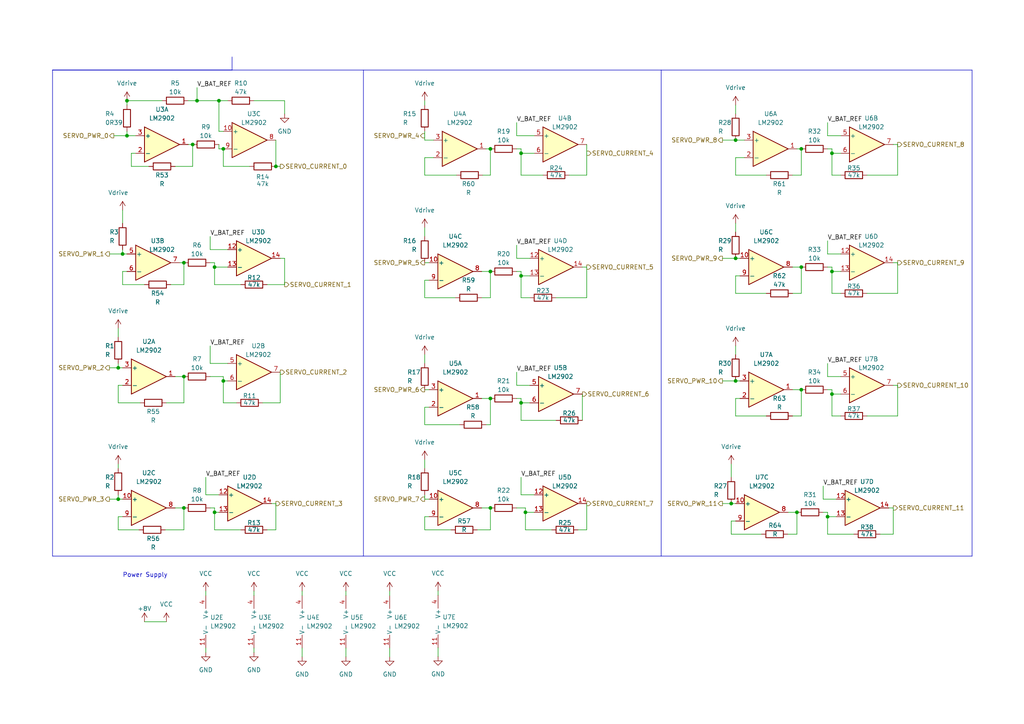
<source format=kicad_sch>
(kicad_sch (version 20230121) (generator eeschema)
  (paper "A4")
  (lib_symbols
    (symbol "Amplifier_Operational:LM2902" (pin_names (offset 0.127))
      (property "Reference" "U" (at 0 5.08 0))
      (property "Value" "LM2902" (at 0 -5.08 0))
      (symbol "LM2902_1_1"
        (polyline (pts (xy -5.08 5.08) (xy 5.08 0) (xy -5.08 -5.08) (xy -5.08 5.08)) (stroke (width 0.254)) (fill (type background)))
        (pin output line (at 7.62 0 180) (length 2.54) (name "~") (number "1"))
        (pin input line (at -7.62 -2.54 0) (length 2.54) (name "-") (number "2"))
        (pin input line (at -7.62 2.54 0) (length 2.54) (name "+") (number "3"))
      )
      (symbol "LM2902_2_1"
        (polyline (pts (xy -5.08 5.08) (xy 5.08 0) (xy -5.08 -5.08) (xy -5.08 5.08)) (stroke (width 0.254)) (fill (type background)))
        (pin input line (at -7.62 2.54 0) (length 2.54) (name "+") (number "5"))
        (pin input line (at -7.62 -2.54 0) (length 2.54) (name "-") (number "6"))
        (pin output line (at 7.62 0 180) (length 2.54) (name "~") (number "7"))
      )
      (symbol "LM2902_3_1"
        (polyline (pts (xy -5.08 5.08) (xy 5.08 0) (xy -5.08 -5.08) (xy -5.08 5.08)) (stroke (width 0.254)) (fill (type background)))
        (pin input line (at -7.62 2.54 0) (length 2.54) (name "+") (number "10"))
        (pin output line (at 7.62 0 180) (length 2.54) (name "~") (number "8"))
        (pin input line (at -7.62 -2.54 0) (length 2.54) (name "-") (number "9"))
      )
      (symbol "LM2902_4_1"
        (polyline (pts (xy -5.08 5.08) (xy 5.08 0) (xy -5.08 -5.08) (xy -5.08 5.08)) (stroke (width 0.254)) (fill (type background)))
        (pin input line (at -7.62 2.54 0) (length 2.54) (name "+") (number "12"))
        (pin input line (at -7.62 -2.54 0) (length 2.54) (name "-") (number "13"))
        (pin output line (at 7.62 0 180) (length 2.54) (name "~") (number "14"))
      )
      (symbol "LM2902_5_1"
        (pin power_in line (at -2.54 -7.62 90) (length 3.81) (name "V-") (number "11"))
        (pin power_in line (at -2.54 7.62 270) (length 3.81) (name "V+") (number "4"))
      )
    )
    (symbol "Device:R" (pin_numbers hide) (pin_names (offset 0))
      (property "Reference" "R" (at 2.032 0 90))
      (property "Value" "R" (at 0 0 90))
      (symbol "R_0_1"
        (rectangle (start -1.016 -2.54) (end 1.016 2.54) (stroke (width 0.254)))
      )
      (symbol "R_1_1"
        (pin passive line (at 0 3.81 270) (length 1.27) (name "~") (number "1"))
        (pin passive line (at 0 -3.81 90) (length 1.27) (name "~") (number "2"))
      )
    )
    (symbol "power:+8V" (power) (pin_names (offset 0))
      (property "Value" "+8V" (at 0 3.556 0))
      (symbol "+8V_0_1"
        (polyline (pts (xy -0.762 1.27) (xy 0 2.54)))
        (polyline (pts (xy 0 0) (xy 0 2.54)))
        (polyline (pts (xy 0 2.54) (xy 0.762 1.27)))
      )
      (symbol "+8V_1_1"
        (pin power_in line (at 0 0 90) (length 0) hide (name "+8V") (number "1"))
      )
    )
    (symbol "power:GND" (power) (pin_names (offset 0))
      (property "Value" "GND" (at 0 -3.81 0))
      (symbol "GND_0_1"
        (polyline (pts (xy 0 0) (xy 0 -1.27) (xy 1.27 -1.27) (xy 0 -2.54) (xy -1.27 -1.27) (xy 0 -1.27)))
      )
      (symbol "GND_1_1"
        (pin power_in line (at 0 0 270) (length 0) hide (name "GND") (number "1"))
      )
    )
    (symbol "power:VCC" (power) (pin_names (offset 0))
      (property "Value" "VCC" (at 0 3.81 0))
      (symbol "VCC_0_1"
        (polyline (pts (xy -0.762 1.27) (xy 0 2.54)))
        (polyline (pts (xy 0 0) (xy 0 2.54)))
        (polyline (pts (xy 0 2.54) (xy 0.762 1.27)))
      )
      (symbol "VCC_1_1"
        (pin power_in line (at 0 0 90) (length 0) hide (name "VCC") (number "1"))
      )
    )
    (symbol "power:Vdrive" (power) (pin_names (offset 0))
      (property "Value" "Vdrive" (at 0 3.81 0))
      (symbol "Vdrive_0_1"
        (polyline (pts (xy -0.762 1.27) (xy 0 2.54)))
        (polyline (pts (xy 0 0) (xy 0 2.54)))
        (polyline (pts (xy 0 2.54) (xy 0.762 1.27)))
      )
      (symbol "Vdrive_1_1"
        (pin power_in line (at 0 0 90) (length 0) hide (name "Vdrive") (number "1"))
      )
    )
  )
  (junction (at 213.36 110.49))
  (junction (at 142.24 115.57))
  (junction (at 142.24 43.18))
  (junction (at 36.83 29.21))
  (junction (at 142.24 147.32))
  (junction (at 241.3 44.45))
  (junction (at 151.13 80.01))
  (junction (at 213.36 40.64))
  (junction (at 63.5 29.21))
  (junction (at 232.41 43.18))
  (junction (at 64.77 110.49))
  (junction (at 241.3 78.74))
  (junction (at 240.03 149.86))
  (junction (at 80.01 48.26))
  (junction (at 53.34 109.22))
  (junction (at 231.14 148.59))
  (junction (at 151.13 116.84))
  (junction (at 212.09 146.05))
  (junction (at 241.3 114.3))
  (junction (at 36.83 39.37))
  (junction (at 53.34 76.2))
  (junction (at 213.36 74.93))
  (junction (at 53.34 147.32))
  (junction (at 142.24 78.74))
  (junction (at 35.56 73.66))
  (junction (at 232.41 113.03))
  (junction (at 152.4 148.59))
  (junction (at 34.29 106.68))
  (junction (at 151.13 44.45))
  (junction (at 57.15 29.21))
  (junction (at 55.88 41.91))
  (junction (at 34.29 144.78))
  (junction (at 62.23 77.47))
  (junction (at 62.23 148.59))
  (junction (at 232.41 77.47))
  (junction (at 64.77 43.18))
  (wire (pts (xy 243.84 85.09) (xy 241.3 85.09)))
  (wire (pts (xy 127.0582 171.3718) (xy 127.0582 172.6418)))
  (wire (pts (xy 49.53 82.55) (xy 53.34 82.55)))
  (wire (pts (xy 241.3 114.3) (xy 241.3 113.03)))
  (wire (pts (xy 214.63 80.01) (xy 213.36 80.01)))
  (wire (pts (xy 62.23 82.55) (xy 62.23 77.47)))
  (wire (pts (xy 82.55 29.21) (xy 73.66 29.21)))
  (wire (pts (xy 165.1 50.8) (xy 170.18 50.8)))
  (wire (pts (xy 53.34 147.32) (xy 50.8 147.32)))
  (wire (pts (xy 77.47 153.67) (xy 80.01 153.67)))
  (wire (pts (xy 62.23 77.47) (xy 62.23 76.2)))
  (wire (pts (xy 149.86 35.56) (xy 149.86 39.37)))
  (wire (pts (xy 161.29 86.36) (xy 170.18 86.36)))
  (wire (pts (xy 142.24 86.36) (xy 142.24 78.74)))
  (wire (pts (xy 82.55 74.93) (xy 81.28 74.93)))
  (wire (pts (xy 213.36 80.01) (xy 213.36 85.09)))
  (wire (pts (xy 232.41 50.8) (xy 232.41 43.18)))
  (wire (pts (xy 240.03 35.56) (xy 240.03 39.37)))
  (wire (pts (xy 241.3 85.09) (xy 241.3 78.74)))
  (wire (pts (xy 142.24 78.74) (xy 139.7 78.74)))
  (wire (pts (xy 255.27 154.94) (xy 259.08 154.94)))
  (wire (pts (xy 123.19 76.2) (xy 124.46 76.2)))
  (wire (pts (xy 34.29 95.25) (xy 34.29 97.79)))
  (wire (pts (xy 229.87 120.65) (xy 232.41 120.65)))
  (wire (pts (xy 142.24 43.18) (xy 140.97 43.18)))
  (wire (pts (xy 124.46 149.86) (xy 123.19 149.86)))
  (wire (pts (xy 213.36 102.87) (xy 213.36 100.33)))
  (wire (pts (xy 63.5 38.1) (xy 63.5 29.21)))
  (polyline (pts (xy 67.31 20.32) (xy 67.31 16.51)))
  (wire (pts (xy 240.03 105.41) (xy 240.03 109.22)))
  (wire (pts (xy 87.63 171.45) (xy 87.63 172.72)))
  (wire (pts (xy 50.8 48.26) (xy 55.88 48.26)))
  (wire (pts (xy 251.46 50.8) (xy 260.35 50.8)))
  (wire (pts (xy 213.36 33.02) (xy 213.36 30.48)))
  (wire (pts (xy 213.36 110.49) (xy 214.63 110.49)))
  (wire (pts (xy 154.94 44.45) (xy 151.13 44.45)))
  (wire (pts (xy 54.61 29.21) (xy 57.15 29.21)))
  (wire (pts (xy 123.19 45.72) (xy 123.19 50.8)))
  (wire (pts (xy 232.41 120.65) (xy 232.41 113.03)))
  (wire (pts (xy 73.66 171.45) (xy 73.66 172.72)))
  (wire (pts (xy 34.29 149.86) (xy 34.29 153.67)))
  (wire (pts (xy 251.46 120.65) (xy 260.35 120.65)))
  (wire (pts (xy 138.43 153.67) (xy 142.24 153.67)))
  (wire (pts (xy 35.56 82.55) (xy 41.91 82.55)))
  (wire (pts (xy 157.48 50.8) (xy 151.13 50.8)))
  (wire (pts (xy 113.03 171.45) (xy 113.03 172.72)))
  (wire (pts (xy 170.18 153.67) (xy 170.18 146.05)))
  (wire (pts (xy 123.19 66.04) (xy 123.19 68.58)))
  (wire (pts (xy 213.36 151.13) (xy 212.09 151.13)))
  (wire (pts (xy 36.83 78.74) (xy 35.56 78.74)))
  (wire (pts (xy 124.46 118.11) (xy 123.19 118.11)))
  (wire (pts (xy 63.5 43.18) (xy 64.77 43.18)))
  (wire (pts (xy 123.19 105.41) (xy 123.19 102.87)))
  (wire (pts (xy 152.4 148.59) (xy 152.4 147.32)))
  (wire (pts (xy 34.29 144.78) (xy 35.56 144.78)))
  (wire (pts (xy 140.97 123.19) (xy 142.24 123.19)))
  (wire (pts (xy 160.02 153.67) (xy 152.4 153.67)))
  (wire (pts (xy 243.84 44.45) (xy 241.3 44.45)))
  (wire (pts (xy 68.58 116.84) (xy 64.77 116.84)))
  (wire (pts (xy 240.03 69.85) (xy 240.03 73.66)))
  (wire (pts (xy 60.96 72.39) (xy 66.04 72.39)))
  (polyline (pts (xy 15.24 20.32) (xy 281.94 20.32)))
  (wire (pts (xy 232.41 85.09) (xy 232.41 77.47)))
  (wire (pts (xy 153.67 116.84) (xy 151.13 116.84)))
  (wire (pts (xy 240.03 43.18) (xy 241.3 43.18)))
  (wire (pts (xy 35.56 149.86) (xy 34.29 149.86)))
  (wire (pts (xy 149.86 78.74) (xy 151.13 78.74)))
  (wire (pts (xy 259.08 76.2) (xy 260.35 76.2)))
  (wire (pts (xy 34.29 105.41) (xy 34.29 106.68)))
  (wire (pts (xy 60.96 68.58) (xy 60.96 72.39)))
  (wire (pts (xy 240.03 77.47) (xy 241.3 77.47)))
  (wire (pts (xy 127.0582 187.8818) (xy 127.0582 190.4218)))
  (wire (pts (xy 82.55 82.55) (xy 82.55 74.93)))
  (wire (pts (xy 240.03 73.66) (xy 243.84 73.66)))
  (polyline (pts (xy 105.41 20.32) (xy 105.41 161.29)))
  (wire (pts (xy 123.19 144.78) (xy 124.46 144.78)))
  (wire (pts (xy 212.09 134.62) (xy 212.09 138.43)))
  (wire (pts (xy 232.41 43.18) (xy 231.14 43.18)))
  (wire (pts (xy 125.73 45.72) (xy 123.19 45.72)))
  (wire (pts (xy 170.18 41.91) (xy 170.18 50.8)))
  (wire (pts (xy 66.04 77.47) (xy 62.23 77.47)))
  (wire (pts (xy 215.9 45.72) (xy 213.36 45.72)))
  (wire (pts (xy 60.96 147.32) (xy 62.23 147.32)))
  (wire (pts (xy 64.77 110.49) (xy 66.04 110.49)))
  (wire (pts (xy 149.86 107.95) (xy 149.86 111.76)))
  (wire (pts (xy 124.46 81.28) (xy 123.19 81.28)))
  (wire (pts (xy 170.18 86.36) (xy 170.18 77.47)))
  (wire (pts (xy 36.83 30.48) (xy 36.83 29.21)))
  (wire (pts (xy 212.09 151.13) (xy 212.09 154.94)))
  (wire (pts (xy 53.34 153.67) (xy 53.34 147.32)))
  (wire (pts (xy 31.75 144.78) (xy 34.29 144.78)))
  (wire (pts (xy 151.13 80.01) (xy 151.13 78.74)))
  (wire (pts (xy 213.36 74.93) (xy 214.63 74.93)))
  (wire (pts (xy 55.88 41.91) (xy 55.88 48.26)))
  (wire (pts (xy 142.24 115.57) (xy 139.7 115.57)))
  (wire (pts (xy 232.41 77.47) (xy 229.87 77.47)))
  (wire (pts (xy 213.36 120.65) (xy 222.25 120.65)))
  (wire (pts (xy 151.13 121.92) (xy 151.13 116.84)))
  (wire (pts (xy 123.19 30.48) (xy 123.19 29.21)))
  (wire (pts (xy 64.77 38.1) (xy 63.5 38.1)))
  (wire (pts (xy 209.55 40.64) (xy 213.36 40.64)))
  (wire (pts (xy 214.63 115.57) (xy 213.36 115.57)))
  (wire (pts (xy 241.3 50.8) (xy 241.3 44.45)))
  (wire (pts (xy 149.86 43.18) (xy 151.13 43.18)))
  (wire (pts (xy 123.19 113.03) (xy 124.46 113.03)))
  (wire (pts (xy 69.85 82.55) (xy 62.23 82.55)))
  (wire (pts (xy 259.08 41.91) (xy 260.35 41.91)))
  (wire (pts (xy 81.28 48.26) (xy 80.01 48.26)))
  (wire (pts (xy 39.37 44.45) (xy 38.1 44.45)))
  (wire (pts (xy 151.13 116.84) (xy 151.13 115.57)))
  (wire (pts (xy 123.19 38.1) (xy 123.19 40.64)))
  (wire (pts (xy 113.03 187.96) (xy 113.03 190.5)))
  (wire (pts (xy 123.19 81.28) (xy 123.19 86.36)))
  (wire (pts (xy 53.34 76.2) (xy 52.07 76.2)))
  (wire (pts (xy 38.1 44.45) (xy 38.1 48.26)))
  (wire (pts (xy 35.56 72.39) (xy 35.56 73.66)))
  (wire (pts (xy 213.36 50.8) (xy 222.25 50.8)))
  (wire (pts (xy 213.36 40.64) (xy 215.9 40.64)))
  (wire (pts (xy 149.86 111.76) (xy 153.67 111.76)))
  (wire (pts (xy 212.09 154.94) (xy 220.8584 154.94)))
  (wire (pts (xy 149.86 147.32) (xy 152.4 147.32)))
  (wire (pts (xy 260.35 50.8) (xy 260.35 41.91)))
  (wire (pts (xy 38.1 48.26) (xy 43.18 48.26)))
  (wire (pts (xy 238.76 148.59) (xy 240.03 148.59)))
  (wire (pts (xy 259.08 154.94) (xy 259.08 147.32)))
  (wire (pts (xy 240.03 39.37) (xy 243.84 39.37)))
  (wire (pts (xy 260.35 85.09) (xy 260.35 76.2)))
  (polyline (pts (xy 281.94 20.32) (xy 281.94 161.29)))
  (wire (pts (xy 34.29 153.67) (xy 40.3125 153.67)))
  (wire (pts (xy 241.3 120.65) (xy 241.3 114.3)))
  (wire (pts (xy 60.96 76.2) (xy 62.23 76.2)))
  (wire (pts (xy 154.94 143.51) (xy 151.13 143.51)))
  (wire (pts (xy 62.23 148.59) (xy 63.5 148.59)))
  (wire (pts (xy 82.55 29.21) (xy 82.55 33.02)))
  (wire (pts (xy 35.56 73.66) (xy 36.83 73.66)))
  (wire (pts (xy 34.29 111.76) (xy 34.29 116.84)))
  (wire (pts (xy 34.29 143.51) (xy 34.29 144.78)))
  (wire (pts (xy 34.29 134.62) (xy 34.29 135.89)))
  (wire (pts (xy 241.3 78.74) (xy 241.3 77.47)))
  (wire (pts (xy 47.9325 153.67) (xy 53.34 153.67)))
  (wire (pts (xy 57.15 29.21) (xy 63.5 29.21)))
  (wire (pts (xy 35.56 111.76) (xy 34.29 111.76)))
  (wire (pts (xy 228.4784 154.94) (xy 231.14 154.94)))
  (wire (pts (xy 229.87 85.09) (xy 232.41 85.09)))
  (wire (pts (xy 243.84 50.8) (xy 241.3 50.8)))
  (wire (pts (xy 64.77 48.26) (xy 64.77 43.18)))
  (wire (pts (xy 59.69 171.45) (xy 59.69 172.72)))
  (wire (pts (xy 31.75 106.68) (xy 34.29 106.68)))
  (wire (pts (xy 60.96 109.22) (xy 64.77 109.22)))
  (wire (pts (xy 34.29 116.84) (xy 40.64 116.84)))
  (wire (pts (xy 87.63 187.96) (xy 87.63 190.5)))
  (wire (pts (xy 152.4 153.67) (xy 152.4 148.59)))
  (wire (pts (xy 153.67 86.36) (xy 151.13 86.36)))
  (wire (pts (xy 48.26 116.84) (xy 53.34 116.84)))
  (wire (pts (xy 259.08 111.76) (xy 260.35 111.76)))
  (wire (pts (xy 240.03 149.86) (xy 240.03 148.59)))
  (polyline (pts (xy 15.24 161.29) (xy 15.24 20.32)))
  (wire (pts (xy 229.87 50.8) (xy 232.41 50.8)))
  (wire (pts (xy 76.2 116.84) (xy 81.28 116.84)))
  (wire (pts (xy 139.7 86.36) (xy 142.24 86.36)))
  (wire (pts (xy 142.24 147.32) (xy 139.7 147.32)))
  (wire (pts (xy 59.69 187.96) (xy 59.69 189.23)))
  (wire (pts (xy 36.83 29.21) (xy 46.99 29.21)))
  (polyline (pts (xy 281.94 161.29) (xy 15.24 161.29)))
  (wire (pts (xy 123.19 86.36) (xy 132.08 86.36)))
  (wire (pts (xy 123.19 123.19) (xy 133.35 123.19)))
  (wire (pts (xy 154.94 39.37) (xy 149.86 39.37)))
  (wire (pts (xy 64.77 110.49) (xy 64.77 109.22)))
  (wire (pts (xy 240.03 113.03) (xy 241.3 113.03)))
  (wire (pts (xy 72.39 48.26) (xy 64.77 48.26)))
  (wire (pts (xy 66.04 105.41) (xy 60.96 105.41)))
  (wire (pts (xy 35.56 60.96) (xy 35.56 64.77)))
  (wire (pts (xy 213.36 45.72) (xy 213.36 50.8)))
  (wire (pts (xy 161.29 121.92) (xy 151.13 121.92)))
  (wire (pts (xy 123.19 143.51) (xy 123.19 144.78)))
  (wire (pts (xy 154.94 148.59) (xy 152.4 148.59)))
  (wire (pts (xy 251.46 85.09) (xy 260.35 85.09)))
  (wire (pts (xy 243.84 78.74) (xy 241.3 78.74)))
  (wire (pts (xy 36.83 39.37) (xy 39.37 39.37)))
  (wire (pts (xy 53.34 82.55) (xy 53.34 76.2)))
  (wire (pts (xy 213.36 115.57) (xy 213.36 120.65)))
  (wire (pts (xy 80.01 146.05) (xy 78.74 146.05)))
  (wire (pts (xy 142.24 50.8) (xy 142.24 43.18)))
  (wire (pts (xy 123.19 118.11) (xy 123.19 123.19)))
  (wire (pts (xy 123.19 50.8) (xy 132.3909 50.8)))
  (wire (pts (xy 231.14 154.94) (xy 231.14 148.59)))
  (wire (pts (xy 170.18 77.47) (xy 168.91 77.47)))
  (wire (pts (xy 33.02 39.37) (xy 36.83 39.37)))
  (wire (pts (xy 59.69 138.43) (xy 59.69 143.51)))
  (wire (pts (xy 73.66 187.96) (xy 73.66 189.23)))
  (wire (pts (xy 140.0109 50.8) (xy 142.24 50.8)))
  (wire (pts (xy 142.24 153.67) (xy 142.24 147.32)))
  (wire (pts (xy 168.91 114.3) (xy 168.91 121.92)))
  (wire (pts (xy 240.03 154.94) (xy 240.03 149.86)))
  (wire (pts (xy 149.86 115.57) (xy 151.13 115.57)))
  (wire (pts (xy 62.23 153.67) (xy 62.23 148.59)))
  (wire (pts (xy 209.55 74.93) (xy 213.36 74.93)))
  (wire (pts (xy 34.29 106.68) (xy 35.56 106.68)))
  (wire (pts (xy 151.13 50.8) (xy 151.13 44.45)))
  (wire (pts (xy 149.86 74.93) (xy 153.67 74.93)))
  (wire (pts (xy 80.01 153.67) (xy 80.01 146.05)))
  (wire (pts (xy 209.55 146.05) (xy 212.09 146.05)))
  (wire (pts (xy 63.5 143.51) (xy 59.69 143.51)))
  (wire (pts (xy 64.77 116.84) (xy 64.77 110.49)))
  (wire (pts (xy 123.19 40.64) (xy 125.73 40.64)))
  (wire (pts (xy 212.09 146.05) (xy 213.36 146.05)))
  (wire (pts (xy 238.76 144.78) (xy 242.57 144.78)))
  (wire (pts (xy 69.85 153.67) (xy 62.23 153.67)))
  (wire (pts (xy 238.76 140.97) (xy 238.76 144.78)))
  (wire (pts (xy 257.81 147.32) (xy 259.08 147.32)))
  (wire (pts (xy 57.15 25.4) (xy 57.15 29.21)))
  (polyline (pts (xy 15.24 20.32) (xy 67.31 20.32)))
  (wire (pts (xy 55.88 41.91) (xy 54.61 41.91)))
  (wire (pts (xy 100.33 171.45) (xy 100.33 172.72)))
  (wire (pts (xy 81.28 116.84) (xy 81.28 107.95)))
  (wire (pts (xy 63.5 29.21) (xy 66.04 29.21)))
  (wire (pts (xy 31.75 73.66) (xy 35.56 73.66)))
  (wire (pts (xy 209.55 110.49) (xy 213.36 110.49)))
  (wire (pts (xy 123.19 153.67) (xy 130.81 153.67)))
  (wire (pts (xy 100.33 187.96) (xy 100.33 190.5)))
  (wire (pts (xy 36.83 38.1) (xy 36.83 39.37)))
  (wire (pts (xy 62.23 148.59) (xy 62.23 147.32)))
  (wire (pts (xy 123.19 149.86) (xy 123.19 153.67)))
  (wire (pts (xy 63.5 43.18) (xy 63.5 41.91)))
  (wire (pts (xy 123.19 133.35) (xy 123.19 135.89)))
  (wire (pts (xy 231.14 148.59) (xy 228.6 148.59)))
  (wire (pts (xy 48.26 180.34) (xy 41.91 180.34)))
  (wire (pts (xy 82.55 82.55) (xy 77.47 82.55)))
  (wire (pts (xy 151.13 44.45) (xy 151.13 43.18)))
  (wire (pts (xy 213.36 85.09) (xy 222.25 85.09)))
  (wire (pts (xy 153.67 80.01) (xy 151.13 80.01)))
  (wire (pts (xy 247.65 154.94) (xy 240.03 154.94)))
  (wire (pts (xy 242.57 149.86) (xy 240.03 149.86)))
  (wire (pts (xy 53.34 109.22) (xy 50.8 109.22)))
  (wire (pts (xy 142.24 123.19) (xy 142.24 115.57)))
  (wire (pts (xy 213.36 64.77) (xy 213.36 67.31)))
  (wire (pts (xy 243.84 120.65) (xy 241.3 120.65)))
  (wire (pts (xy 60.96 100.33) (xy 60.96 105.41)))
  (wire (pts (xy 167.64 153.67) (xy 170.18 153.67)))
  (wire (pts (xy 151.13 86.36) (xy 151.13 80.01)))
  (wire (pts (xy 232.41 113.03) (xy 229.87 113.03)))
  (wire (pts (xy 35.56 78.74) (xy 35.56 82.55)))
  (wire (pts (xy 243.84 114.3) (xy 241.3 114.3)))
  (wire (pts (xy 260.35 120.65) (xy 260.35 111.76)))
  (wire (pts (xy 241.3 44.45) (xy 241.3 43.18)))
  (wire (pts (xy 149.86 71.12) (xy 149.86 74.93)))
  (wire (pts (xy 53.34 116.84) (xy 53.34 109.22)))
  (wire (pts (xy 80.01 48.26) (xy 80.01 40.64)))
  (wire (pts (xy 240.03 109.22) (xy 243.84 109.22)))
  (wire (pts (xy 151.13 138.43) (xy 151.13 143.51)))
  (polyline (pts (xy 191.77 20.32) (xy 191.77 161.29)))
  (text "Power Supply" (at 35.56 167.64 0) (effects (font (size 1.27 1.27)) (justify left bottom)))
  (label "V_BAT_REF" (at 149.86 107.95 0))
  (label "V_BAT_REF" (at 240.03 69.85 0))
  (label "V_BAT_REF" (at 149.86 71.12 0))
  (label "V_BAT_REF" (at 151.13 138.43 0))
  (label "V_BAT_REF" (at 240.03 35.56 0))
  (label "V_BAT_REF" (at 240.03 105.41 0))
  (label "V_BAT_REF" (at 238.76 140.97 0))
  (label "V_BAT_REF" (at 60.96 68.58 0))
  (label "V_BAT_REF" (at 60.96 100.33 0))
  (label "V_BAT_REF" (at 57.15 25.4 0))
  (label "V_BAT_REF" (at 149.86 35.56 0))
  (label "V_BAT_REF" (at 59.69 138.43 0))
  (hierarchical_label "SERVO_PWR_1" (shape output) (at 31.75 73.66 180))
  (hierarchical_label "SERVO_CURRENT_0" (shape output) (at 81.28 48.26 0))
  (hierarchical_label "SERVO_CURRENT_9" (shape output) (at 260.35 76.2 0))
  (hierarchical_label "SERVO_CURRENT_8" (shape output) (at 260.35 41.91 0))
  (hierarchical_label "SERVO_CURRENT_6" (shape output) (at 168.91 114.3 0))
  (hierarchical_label "SERVO_CURRENT_7" (shape output) (at 170.18 146.05 0))
  (hierarchical_label "SERVO_CURRENT_3" (shape output) (at 80.01 146.05 0))
  (hierarchical_label "SERVO_PWR_11" (shape output) (at 209.55 146.05 180))
  (hierarchical_label "SERVO_CURRENT_5" (shape output) (at 170.18 77.47 0))
  (hierarchical_label "SERVO_PWR_3" (shape output) (at 31.75 144.78 180))
  (hierarchical_label "SERVO_PWR_4" (shape output) (at 123.19 39.37 180))
  (hierarchical_label "SERVO_CURRENT_1" (shape output) (at 82.55 82.55 0))
  (hierarchical_label "SERVO_PWR_9" (shape output) (at 209.55 74.93 180))
  (hierarchical_label "SERVO_PWR_8" (shape output) (at 209.55 40.64 180))
  (hierarchical_label "SERVO_PWR_0" (shape output) (at 33.02 39.37 180))
  (hierarchical_label "SERVO_PWR_6" (shape output) (at 123.19 113.03 180))
  (hierarchical_label "SERVO_PWR_10" (shape output) (at 209.55 110.49 180))
  (hierarchical_label "SERVO_CURRENT_4" (shape output) (at 170.18 44.45 0))
  (hierarchical_label "SERVO_PWR_5" (shape output) (at 123.19 76.2 180))
  (hierarchical_label "SERVO_CURRENT_10" (shape output) (at 260.35 111.76 0))
  (hierarchical_label "SERVO_PWR_2" (shape output) (at 31.75 106.68 180))
  (hierarchical_label "SERVO_CURRENT_11" (shape output) (at 259.08 147.32 0))
  (hierarchical_label "SERVO_CURRENT_2" (shape output) (at 81.28 107.95 0))
  (hierarchical_label "SERVO_PWR_7" (shape output) (at 123.19 144.78 180))
  (symbol (lib_id "Device:R") (at 146.05 43.18 90) (unit 1)
    (property "Reference" "R19" (at 146.05 38.1 90))
    (property "Value" "10k" (at 146.05 40.64 90))
    (property "Footprint" "Resistor_SMD:R_1206_3216Metric_Pad1.30x1.75mm_HandSolder" (effects hide))
  )
  (symbol (lib_id "Device:R") (at 57.15 76.2 90) (unit 1)
    (property "Reference" "R6" (at 57.15 71.12 90))
    (property "Value" "10k" (at 57.15 73.66 90))
    (property "Footprint" "Resistor_SMD:R_1206_3216Metric_Pad1.30x1.75mm_HandSolder" (effects hide))
  )
  (symbol (lib_id "Device:R") (at 44.45 116.84 90) (unit 1)
    (property "Reference" "R55" (at 44.45 119.38 90))
    (property "Value" "R" (at 44.45 121.92 90))
    (property "Footprint" "Resistor_SMD:R_1206_3216Metric_Pad1.30x1.75mm_HandSolder" (effects hide))
  )
  (symbol (lib_id "power:Vdrive") (at 34.29 134.62 0) (unit 1)
    (property "Reference" "#PWR047" (effects hide))
    (property "Value" "Vdrive" (at 34.29 129.54 0))
  )
  (symbol (lib_id "Device:R") (at 57.15 147.32 90) (unit 1)
    (property "Reference" "R8" (at 57.15 142.24 90))
    (property "Value" "10k" (at 57.15 144.78 90))
    (property "Footprint" "Resistor_SMD:R_1206_3216Metric_Pad1.30x1.75mm_HandSolder" (effects hide))
  )
  (symbol (lib_id "Amplifier_Operational:LM2902") (at 115.57 180.34 0) (unit 5)
    (property "Reference" "U6" (at 114.3 179.0699 0) (effects (justify left)))
    (property "Value" "LM2902" (at 114.3 181.6099 0) (effects (justify left)))
    (property "Footprint" "Package_SO:SOIC-14_3.9x8.7mm_P1.27mm" (effects hide))
    (property "Datasheet" "http://www.ti.com/lit/ds/symlink/lm2902-n.pdf" (effects hide))
  )
  (symbol (lib_id "Device:R") (at 247.65 85.09 90) (unit 1)
    (property "Reference" "R36" (at 247.65 83.058 90))
    (property "Value" "47k" (at 247.65 85.09 90))
    (property "Footprint" "Resistor_SMD:R_1206_3216Metric_Pad1.30x1.75mm_HandSolder" (effects hide))
  )
  (symbol (lib_id "Amplifier_Operational:LM2902") (at 251.46 111.76 0) (unit 2)
    (property "Reference" "U7" (at 252.73 104.14 0))
    (property "Value" "LM2902" (at 252.73 106.68 0))
    (property "Footprint" "Package_SO:SOIC-14_3.9x8.7mm_P1.27mm" (effects hide))
    (property "Datasheet" "http://www.ti.com/lit/ds/symlink/lm2902-n.pdf" (effects hide))
  )
  (symbol (lib_id "Amplifier_Operational:LM2902") (at 90.17 180.34 0) (unit 5)
    (property "Reference" "U4" (at 88.9 179.0699 0) (effects (justify left)))
    (property "Value" "LM2902" (at 88.9 181.6099 0) (effects (justify left)))
    (property "Footprint" "Package_SO:SOIC-14_3.9x8.7mm_P1.27mm" (effects hide))
    (property "Datasheet" "http://www.ti.com/lit/ds/symlink/lm2902-n.pdf" (effects hide))
  )
  (symbol (lib_id "Amplifier_Operational:LM2902") (at 133.35 43.18 0) (unit 1)
    (property "Reference" "U4" (at 133.35 33.02 0))
    (property "Value" "LM2902" (at 133.35 35.56 0))
    (property "Footprint" "Package_SO:SOIC-14_3.9x8.7mm_P1.27mm" (effects hide))
    (property "Datasheet" "http://www.ti.com/lit/ds/symlink/lm2902-n.pdf" (effects hide))
  )
  (symbol (lib_id "Amplifier_Operational:LM2902") (at 162.56 146.05 0) (unit 4)
    (property "Reference" "U5" (at 163.83 138.43 0))
    (property "Value" "LM2902" (at 163.83 140.97 0))
    (property "Footprint" "Package_SO:SOIC-14_3.9x8.7mm_P1.27mm" (effects hide))
    (property "Datasheet" "http://www.ti.com/lit/ds/symlink/lm2902-n.pdf" (effects hide))
  )
  (symbol (lib_id "power:Vdrive") (at 213.36 64.77 0) (unit 1)
    (property "Reference" "#PWR069" (effects hide))
    (property "Value" "Vdrive" (at 213.36 59.69 0))
  )
  (symbol (lib_id "power:Vdrive") (at 212.09 134.62 0) (unit 1)
    (property "Reference" "#PWR067" (effects hide))
    (property "Value" "Vdrive" (at 212.09 129.54 0))
  )
  (symbol (lib_id "Amplifier_Operational:LM2902") (at 73.66 107.95 0) (unit 2)
    (property "Reference" "U2" (at 74.93 100.33 0))
    (property "Value" "LM2902" (at 74.93 102.87 0))
    (property "Footprint" "Package_SO:SOIC-14_3.9x8.7mm_P1.27mm" (effects hide))
    (property "Datasheet" "http://www.ti.com/lit/ds/symlink/lm2902-n.pdf" (effects hide))
  )
  (symbol (lib_id "Device:R") (at 226.06 50.8 90) (unit 1)
    (property "Reference" "R61" (at 226.06 53.34 90))
    (property "Value" "R" (at 226.06 55.88 90))
    (property "Footprint" "Resistor_SMD:R_1206_3216Metric_Pad1.30x1.75mm_HandSolder" (effects hide))
  )
  (symbol (lib_id "Amplifier_Operational:LM2902") (at 250.19 147.32 0) (unit 4)
    (property "Reference" "U7" (at 251.46 139.7 0))
    (property "Value" "LM2902" (at 251.46 142.24 0))
    (property "Footprint" "Package_SO:SOIC-14_3.9x8.7mm_P1.27mm" (effects hide))
    (property "Datasheet" "http://www.ti.com/lit/ds/symlink/lm2902-n.pdf" (effects hide))
  )
  (symbol (lib_id "power:+8V") (at 41.91 180.34 0) (unit 1)
    (property "Reference" "#PWR050" (effects hide))
    (property "Value" "+8V" (at 41.91 176.53 0))
  )
  (symbol (lib_id "Device:R") (at 212.09 142.24 0) (unit 1)
    (property "Reference" "R27" (at 207.01 140.97 0) (effects (justify left)))
    (property "Value" "R" (at 207.01 143.51 0) (effects (justify left)))
    (property "Footprint" "Resistor_SMD:R_1206_3216Metric_Pad1.30x1.75mm_HandSolder" (effects hide))
  )
  (symbol (lib_id "Device:R") (at 226.06 85.09 90) (unit 1)
    (property "Reference" "R62" (at 226.06 80.01 90))
    (property "Value" "47k" (at 226.06 82.55 90))
    (property "Footprint" "Resistor_SMD:R_1206_3216Metric_Pad1.30x1.75mm_HandSolder" (effects hide))
  )
  (symbol (lib_id "power:Vdrive") (at 123.19 29.21 0) (unit 1)
    (property "Reference" "#PWR063" (effects hide))
    (property "Value" "Vdrive" (at 123.19 24.13 0))
  )
  (symbol (lib_id "power:Vdrive") (at 123.19 66.04 0) (unit 1)
    (property "Reference" "#PWR064" (effects hide))
    (property "Value" "Vdrive" (at 123.19 60.96 0))
  )
  (symbol (lib_id "power:VCC") (at 59.69 171.45 0) (unit 1)
    (property "Reference" "#PWR052" (effects hide))
    (property "Value" "VCC" (at 59.69 166.37 0))
  )
  (symbol (lib_id "Amplifier_Operational:LM2902") (at 44.45 76.2 0) (unit 2)
    (property "Reference" "U3" (at 45.72 69.85 0))
    (property "Value" "LM2902" (at 46.99 72.39 0))
    (property "Footprint" "Package_SO:SOIC-14_3.9x8.7mm_P1.27mm" (effects hide))
    (property "Datasheet" "http://www.ti.com/lit/ds/symlink/lm2902-n.pdf" (effects hide))
  )
  (symbol (lib_id "Device:R") (at 236.22 43.18 90) (unit 1)
    (property "Reference" "R32" (at 236.22 38.1 90))
    (property "Value" "10k" (at 236.22 40.64 90))
    (property "Footprint" "Resistor_SMD:R_1206_3216Metric_Pad1.30x1.75mm_HandSolder" (effects hide))
  )
  (symbol (lib_id "power:GND") (at 73.66 189.23 0) (unit 1)
    (property "Reference" "#PWR055" (effects hide))
    (property "Value" "GND" (at 73.66 194.31 0))
  )
  (symbol (lib_id "Device:R") (at 251.46 154.94 90) (unit 1)
    (property "Reference" "R38" (at 251.46 152.908 90))
    (property "Value" "47k" (at 251.46 154.94 90))
    (property "Footprint" "Resistor_SMD:R_1206_3216Metric_Pad1.30x1.75mm_HandSolder" (effects hide))
  )
  (symbol (lib_id "Device:R") (at 165.1 121.92 90) (unit 1)
    (property "Reference" "R26" (at 165.1 119.888 90))
    (property "Value" "47k" (at 165.1 121.92 90))
    (property "Footprint" "Resistor_SMD:R_1206_3216Metric_Pad1.30x1.75mm_HandSolder" (effects hide))
  )
  (symbol (lib_id "power:VCC") (at 113.03 171.45 0) (unit 1)
    (property "Reference" "#PWR061" (effects hide))
    (property "Value" "VCC" (at 113.03 166.37 0))
  )
  (symbol (lib_id "Amplifier_Operational:LM2902") (at 102.87 180.34 0) (unit 5)
    (property "Reference" "U5" (at 101.6 179.0699 0) (effects (justify left)))
    (property "Value" "LM2902" (at 101.6 181.6099 0) (effects (justify left)))
    (property "Footprint" "Package_SO:SOIC-14_3.9x8.7mm_P1.27mm" (effects hide))
    (property "Datasheet" "http://www.ti.com/lit/ds/symlink/lm2902-n.pdf" (effects hide))
  )
  (symbol (lib_id "Device:R") (at 146.05 147.32 90) (unit 1)
    (property "Reference" "R22" (at 146.05 142.24 90))
    (property "Value" "10k" (at 146.05 144.78 90))
    (property "Footprint" "Resistor_SMD:R_1206_3216Metric_Pad1.30x1.75mm_HandSolder" (effects hide))
  )
  (symbol (lib_id "power:VCC") (at 48.26 180.34 0) (unit 1)
    (property "Reference" "#PWR051" (effects hide))
    (property "Value" "VCC" (at 48.26 175.26 0))
  )
  (symbol (lib_id "Device:R") (at 213.36 36.83 0) (unit 1)
    (property "Reference" "R28" (at 208.28 35.56 0) (effects (justify left)))
    (property "Value" "R" (at 208.28 38.1 0) (effects (justify left)))
    (property "Footprint" "Resistor_SMD:R_1206_3216Metric_Pad1.30x1.75mm_HandSolder" (effects hide))
  )
  (symbol (lib_id "Amplifier_Operational:LM2902") (at 162.56 41.91 0) (unit 2)
    (property "Reference" "U4" (at 163.83 34.29 0))
    (property "Value" "LM2902" (at 163.83 36.83 0))
    (property "Footprint" "Package_SO:SOIC-14_3.9x8.7mm_P1.27mm" (effects hide))
    (property "Datasheet" "http://www.ti.com/lit/ds/symlink/lm2902-n.pdf" (effects hide))
  )
  (symbol (lib_id "Amplifier_Operational:LM2902") (at 129.5982 180.2618 0) (unit 5)
    (property "Reference" "U7" (at 128.3282 178.9917 0) (effects (justify left)))
    (property "Value" "LM2902" (at 128.3282 181.5317 0) (effects (justify left)))
    (property "Footprint" "Package_SO:SOIC-14_3.9x8.7mm_P1.27mm" (effects hide))
    (property "Datasheet" "http://www.ti.com/lit/ds/symlink/lm2902-n.pdf" (effects hide))
  )
  (symbol (lib_id "Device:R") (at 69.85 29.21 90) (unit 1)
    (property "Reference" "R10" (at 69.85 24.13 90))
    (property "Value" "47k" (at 69.85 26.67 90))
    (property "Footprint" "Resistor_SMD:R_1206_3216Metric_Pad1.30x1.75mm_HandSolder" (effects hide))
  )
  (symbol (lib_id "Device:R") (at 146.05 115.57 90) (unit 1)
    (property "Reference" "R21" (at 146.05 110.49 90))
    (property "Value" "10k" (at 146.05 113.03 90))
    (property "Footprint" "Resistor_SMD:R_1206_3216Metric_Pad1.30x1.75mm_HandSolder" (effects hide))
  )
  (symbol (lib_id "Amplifier_Operational:LM2902") (at 72.39 40.64 0) (unit 3)
    (property "Reference" "U3" (at 73.66 33.02 0))
    (property "Value" "LM2902" (at 73.66 35.56 0))
    (property "Footprint" "Package_SO:SOIC-14_3.9x8.7mm_P1.27mm" (effects hide))
    (property "Datasheet" "http://www.ti.com/lit/ds/symlink/lm2902-n.pdf" (effects hide))
  )
  (symbol (lib_id "power:GND") (at 127.0582 190.4218 0) (unit 1)
    (property "Reference" "#PWR085" (effects hide))
    (property "Value" "GND" (at 127.0582 195.5018 0))
  )
  (symbol (lib_id "Device:R") (at 123.19 109.22 0) (unit 1)
    (property "Reference" "R17" (at 118.11 107.95 0) (effects (justify left)))
    (property "Value" "R" (at 118.11 110.49 0) (effects (justify left)))
    (property "Footprint" "Resistor_SMD:R_1206_3216Metric_Pad1.30x1.75mm_HandSolder" (effects hide))
  )
  (symbol (lib_id "Amplifier_Operational:LM2902") (at 251.46 41.91 0) (unit 2)
    (property "Reference" "U6" (at 252.73 34.29 0))
    (property "Value" "LM2902" (at 252.73 36.83 0))
    (property "Footprint" "Package_SO:SOIC-14_3.9x8.7mm_P1.27mm" (effects hide))
    (property "Datasheet" "http://www.ti.com/lit/ds/symlink/lm2902-n.pdf" (effects hide))
  )
  (symbol (lib_id "power:Vdrive") (at 213.36 30.48 0) (unit 1)
    (property "Reference" "#PWR068" (effects hide))
    (property "Value" "Vdrive" (at 213.36 25.4 0))
  )
  (symbol (lib_id "Device:R") (at 134.62 153.67 90) (unit 1)
    (property "Reference" "R57" (at 134.62 151.13 90))
    (property "Value" "R" (at 134.62 153.67 90))
    (property "Footprint" "Resistor_SMD:R_1206_3216Metric_Pad1.30x1.75mm_HandSolder" (effects hide))
  )
  (symbol (lib_id "Amplifier_Operational:LM2902") (at 161.29 77.47 0) (unit 4)
    (property "Reference" "U4" (at 162.56 69.85 0))
    (property "Value" "LM2902" (at 162.56 72.39 0))
    (property "Footprint" "Package_SO:SOIC-14_3.9x8.7mm_P1.27mm" (effects hide))
    (property "Datasheet" "http://www.ti.com/lit/ds/symlink/lm2902-n.pdf" (effects hide))
  )
  (symbol (lib_id "power:VCC") (at 127.0582 171.3718 0) (unit 1)
    (property "Reference" "#PWR084" (effects hide))
    (property "Value" "VCC" (at 127.0582 166.2918 0))
  )
  (symbol (lib_id "Device:R") (at 50.8 29.21 90) (unit 1)
    (property "Reference" "R5" (at 50.8 24.13 90))
    (property "Value" "10k" (at 50.8 26.67 90))
    (property "Footprint" "Resistor_SMD:R_1206_3216Metric_Pad1.30x1.75mm_HandSolder" (effects hide))
  )
  (symbol (lib_id "Device:R") (at 34.29 139.7 0) (unit 1)
    (property "Reference" "R2" (at 30.48 138.43 0) (effects (justify left)))
    (property "Value" "R" (at 30.48 140.97 0) (effects (justify left)))
    (property "Footprint" "Resistor_SMD:R_1206_3216Metric_Pad1.30x1.75mm_HandSolder" (effects hide))
  )
  (symbol (lib_id "Amplifier_Operational:LM2902") (at 132.08 78.74 0) (unit 3)
    (property "Reference" "U4" (at 132.08 68.58 0))
    (property "Value" "LM2902" (at 132.08 71.12 0))
    (property "Footprint" "Package_SO:SOIC-14_3.9x8.7mm_P1.27mm" (effects hide))
    (property "Datasheet" "http://www.ti.com/lit/ds/symlink/lm2902-n.pdf" (effects hide))
  )
  (symbol (lib_id "Device:R") (at 224.6684 154.94 90) (unit 1)
    (property "Reference" "R64" (at 224.79 152.4 90))
    (property "Value" "R" (at 224.79 154.94 90))
    (property "Footprint" "Resistor_SMD:R_1206_3216Metric_Pad1.30x1.75mm_HandSolder" (effects hide))
  )
  (symbol (lib_id "Device:R") (at 213.36 71.12 0) (unit 1)
    (property "Reference" "R29" (at 208.28 69.85 0) (effects (justify left)))
    (property "Value" "R" (at 208.28 72.39 0) (effects (justify left)))
    (property "Footprint" "Resistor_SMD:R_1206_3216Metric_Pad1.30x1.75mm_HandSolder" (effects hide))
  )
  (symbol (lib_id "power:Vdrive") (at 36.83 29.21 0) (unit 1)
    (property "Reference" "#PWR049" (effects hide))
    (property "Value" "Vdrive" (at 36.83 24.13 0))
  )
  (symbol (lib_id "Device:R") (at 73.66 82.55 90) (unit 1)
    (property "Reference" "R12" (at 73.66 80.518 90))
    (property "Value" "47k" (at 73.66 82.55 90))
    (property "Footprint" "Resistor_SMD:R_1206_3216Metric_Pad1.30x1.75mm_HandSolder" (effects hide))
  )
  (symbol (lib_id "Amplifier_Operational:LM2902") (at 132.08 115.57 0) (unit 1)
    (property "Reference" "U5" (at 132.08 105.41 0))
    (property "Value" "LM2902" (at 132.08 107.95 0))
    (property "Footprint" "Package_SO:SOIC-14_3.9x8.7mm_P1.27mm" (effects hide))
    (property "Datasheet" "http://www.ti.com/lit/ds/symlink/lm2902-n.pdf" (effects hide))
  )
  (symbol (lib_id "Device:R") (at 137.16 123.19 90) (unit 1)
    (property "Reference" "R58" (at 137.16 118.11 90))
    (property "Value" "R" (at 137.16 120.65 90))
    (property "Footprint" "Resistor_SMD:R_1206_3216Metric_Pad1.30x1.75mm_HandSolder" (effects hide))
  )
  (symbol (lib_id "power:GND") (at 113.03 190.5 0) (unit 1)
    (property "Reference" "#PWR062" (effects hide))
    (property "Value" "GND" (at 113.03 195.58 0))
  )
  (symbol (lib_id "Device:R") (at 44.1225 153.67 90) (unit 1)
    (property "Reference" "R56" (at 44.45 156.21 90))
    (property "Value" "R" (at 44.45 158.75 90))
    (property "Footprint" "Resistor_SMD:R_1206_3216Metric_Pad1.30x1.75mm_HandSolder" (effects hide))
  )
  (symbol (lib_id "Device:R") (at 34.29 101.6 0) (unit 1)
    (property "Reference" "R1" (at 30.48 100.33 0) (effects (justify left)))
    (property "Value" "R" (at 30.48 102.87 0) (effects (justify left)))
    (property "Footprint" "Resistor_SMD:R_1206_3216Metric_Pad1.30x1.75mm_HandSolder" (effects hide))
  )
  (symbol (lib_id "Amplifier_Operational:LM2902") (at 73.66 74.93 0) (unit 4)
    (property "Reference" "U3" (at 74.93 67.31 0))
    (property "Value" "LM2902" (at 74.93 69.85 0))
    (property "Footprint" "Package_SO:SOIC-14_3.9x8.7mm_P1.27mm" (effects hide))
    (property "Datasheet" "http://www.ti.com/lit/ds/symlink/lm2902-n.pdf" (effects hide))
  )
  (symbol (lib_id "Device:R") (at 57.15 109.22 90) (unit 1)
    (property "Reference" "R7" (at 57.15 104.14 90))
    (property "Value" "10k" (at 57.15 106.68 90))
    (property "Footprint" "Resistor_SMD:R_1206_3216Metric_Pad1.30x1.75mm_HandSolder" (effects hide))
  )
  (symbol (lib_id "power:Vdrive") (at 35.56 60.96 0) (unit 1)
    (property "Reference" "#PWR048" (effects hide))
    (property "Value" "Vdrive" (at 34.29 55.88 0))
  )
  (symbol (lib_id "Device:R") (at 72.39 116.84 90) (unit 1)
    (property "Reference" "R11" (at 72.39 114.808 90))
    (property "Value" "47k" (at 72.39 116.84 90))
    (property "Footprint" "Resistor_SMD:R_1206_3216Metric_Pad1.30x1.75mm_HandSolder" (effects hide))
  )
  (symbol (lib_id "Amplifier_Operational:LM2902") (at 71.12 146.05 0) (unit 4)
    (property "Reference" "U2" (at 72.39 138.43 0))
    (property "Value" "LM2902" (at 72.39 140.97 0))
    (property "Footprint" "Package_SO:SOIC-14_3.9x8.7mm_P1.27mm" (effects hide))
    (property "Datasheet" "http://www.ti.com/lit/ds/symlink/lm2902-n.pdf" (effects hide))
  )
  (symbol (lib_id "Device:R") (at 247.65 120.65 90) (unit 1)
    (property "Reference" "R37" (at 247.65 118.618 90))
    (property "Value" "47k" (at 247.65 120.65 90))
    (property "Footprint" "Resistor_SMD:R_1206_3216Metric_Pad1.30x1.75mm_HandSolder" (effects hide))
  )
  (symbol (lib_id "Amplifier_Operational:LM2902") (at 223.52 43.18 0) (unit 1)
    (property "Reference" "U6" (at 223.52 33.02 0))
    (property "Value" "LM2902" (at 223.52 35.56 0))
    (property "Footprint" "Package_SO:SOIC-14_3.9x8.7mm_P1.27mm" (effects hide))
    (property "Datasheet" "http://www.ti.com/lit/ds/symlink/lm2902-n.pdf" (effects hide))
  )
  (symbol (lib_id "power:GND") (at 87.63 190.5 0) (unit 1)
    (property "Reference" "#PWR058" (effects hide))
    (property "Value" "GND" (at 87.63 195.58 0))
  )
  (symbol (lib_id "Device:R") (at 135.89 86.36 90) (unit 1)
    (property "Reference" "R59" (at 135.89 81.28 90))
    (property "Value" "R" (at 135.89 83.82 90))
    (property "Footprint" "Resistor_SMD:R_1206_3216Metric_Pad1.30x1.75mm_HandSolder" (effects hide))
  )
  (symbol (lib_id "Amplifier_Operational:LM2902") (at 161.29 114.3 0) (unit 2)
    (property "Reference" "U5" (at 162.56 106.68 0))
    (property "Value" "LM2902" (at 162.56 109.22 0))
    (property "Footprint" "Package_SO:SOIC-14_3.9x8.7mm_P1.27mm" (effects hide))
    (property "Datasheet" "http://www.ti.com/lit/ds/symlink/lm2902-n.pdf" (effects hide))
  )
  (symbol (lib_id "Amplifier_Operational:LM2902") (at 43.18 147.32 0) (unit 3)
    (property "Reference" "U2" (at 43.18 137.16 0))
    (property "Value" "LM2902" (at 43.18 139.7 0))
    (property "Footprint" "Package_SO:SOIC-14_3.9x8.7mm_P1.27mm" (effects hide))
    (property "Datasheet" "http://www.ti.com/lit/ds/symlink/lm2902-n.pdf" (effects hide))
  )
  (symbol (lib_id "Device:R") (at 59.69 41.91 90) (unit 1)
    (property "Reference" "R9" (at 59.69 36.83 90))
    (property "Value" "10k" (at 59.69 39.37 90))
    (property "Footprint" "Resistor_SMD:R_1206_3216Metric_Pad1.30x1.75mm_HandSolder" (effects hide))
  )
  (symbol (lib_id "Amplifier_Operational:LM2902") (at 132.08 147.32 0) (unit 3)
    (property "Reference" "U5" (at 132.08 137.16 0))
    (property "Value" "LM2902" (at 132.08 139.7 0))
    (property "Footprint" "Package_SO:SOIC-14_3.9x8.7mm_P1.27mm" (effects hide))
    (property "Datasheet" "http://www.ti.com/lit/ds/symlink/lm2902-n.pdf" (effects hide))
  )
  (symbol (lib_id "Device:R") (at 161.29 50.8 90) (unit 1)
    (property "Reference" "R24" (at 161.29 48.768 90))
    (property "Value" "47k" (at 161.29 50.8 90))
    (property "Footprint" "Resistor_SMD:R_1206_3216Metric_Pad1.30x1.75mm_HandSolder" (effects hide))
  )
  (symbol (lib_id "Device:R") (at 226.06 120.65 90) (unit 1)
    (property "Reference" "R63" (at 226.06 115.57 90))
    (property "Value" "R" (at 226.06 118.11 90))
    (property "Footprint" "Resistor_SMD:R_1206_3216Metric_Pad1.30x1.75mm_HandSolder" (effects hide))
  )
  (symbol (lib_id "Amplifier_Operational:LM2902") (at 222.25 113.03 0) (unit 1)
    (property "Reference" "U7" (at 222.25 102.87 0))
    (property "Value" "LM2902" (at 222.25 105.41 0))
    (property "Footprint" "Package_SO:SOIC-14_3.9x8.7mm_P1.27mm" (effects hide))
    (property "Datasheet" "http://www.ti.com/lit/ds/symlink/lm2902-n.pdf" (effects hide))
  )
  (symbol (lib_id "Device:R") (at 234.95 148.59 90) (unit 1)
    (property "Reference" "R31" (at 234.95 143.51 90))
    (property "Value" "10k" (at 234.95 146.05 90))
    (property "Footprint" "Resistor_SMD:R_1206_3216Metric_Pad1.30x1.75mm_HandSolder" (effects hide))
  )
  (symbol (lib_id "Device:R") (at 36.83 34.29 0) (unit 1)
    (property "Reference" "R4" (at 30.48 33.02 0) (effects (justify left)))
    (property "Value" "0R39" (at 30.48 35.56 0) (effects (justify left)))
    (property "Footprint" "Resistor_SMD:R_1206_3216Metric_Pad1.30x1.75mm_HandSolder" (effects hide))
  )
  (symbol (lib_id "Device:R") (at 136.2009 50.8 90) (unit 1)
    (property "Reference" "R60" (at 135.89 53.34 90))
    (property "Value" "R" (at 135.89 55.88 90))
    (property "Footprint" "Resistor_SMD:R_1206_3216Metric_Pad1.30x1.75mm_HandSolder" (effects hide))
  )
  (symbol (lib_id "power:Vdrive") (at 123.19 102.87 0) (unit 1)
    (property "Reference" "#PWR065" (effects hide))
    (property "Value" "Vdrive" (at 123.19 97.79 0))
  )
  (symbol (lib_id "Device:R") (at 236.22 77.47 90) (unit 1)
    (property "Reference" "R33" (at 236.22 72.39 90))
    (property "Value" "10k" (at 236.22 74.93 90))
    (property "Footprint" "Resistor_SMD:R_1206_3216Metric_Pad1.30x1.75mm_HandSolder" (effects hide))
  )
  (symbol (lib_id "power:Vdrive") (at 213.36 100.33 0) (unit 1)
    (property "Reference" "#PWR070" (effects hide))
    (property "Value" "Vdrive" (at 213.36 95.25 0))
  )
  (symbol (lib_id "Device:R") (at 123.19 72.39 0) (unit 1)
    (property "Reference" "R16" (at 116.84 69.85 0) (effects (justify left)))
    (property "Value" "R" (at 119.38 72.39 0) (effects (justify left)))
    (property "Footprint" "Resistor_SMD:R_1206_3216Metric_Pad1.30x1.75mm_HandSolder" (effects hide))
  )
  (symbol (lib_id "Amplifier_Operational:LM2902") (at 46.99 41.91 0) (unit 1)
    (property "Reference" "U3" (at 46.99 31.75 0))
    (property "Value" "LM2902" (at 46.99 34.29 0))
    (property "Footprint" "Package_SO:SOIC-14_3.9x8.7mm_P1.27mm" (effects hide))
    (property "Datasheet" "http://www.ti.com/lit/ds/symlink/lm2902-n.pdf" (effects hide))
  )
  (symbol (lib_id "Device:R") (at 46.99 48.26 90) (unit 1)
    (property "Reference" "R53" (at 46.99 50.8 90))
    (property "Value" "R" (at 46.99 53.34 90))
    (property "Footprint" "Resistor_SMD:R_1206_3216Metric_Pad1.30x1.75mm_HandSolder" (effects hide))
  )
  (symbol (lib_id "power:Vdrive") (at 123.19 133.35 0) (unit 1)
    (property "Reference" "#PWR066" (effects hide))
    (property "Value" "Vdrive" (at 123.19 128.27 0))
  )
  (symbol (lib_id "Amplifier_Operational:LM2902") (at 222.25 77.47 0) (unit 3)
    (property "Reference" "U6" (at 222.25 67.31 0))
    (property "Value" "LM2902" (at 222.25 69.85 0))
    (property "Footprint" "Package_SO:SOIC-14_3.9x8.7mm_P1.27mm" (effects hide))
    (property "Datasheet" "http://www.ti.com/lit/ds/symlink/lm2902-n.pdf" (effects hide))
  )
  (symbol (lib_id "Device:R") (at 236.22 113.03 90) (unit 1)
    (property "Reference" "R34" (at 236.22 107.95 90))
    (property "Value" "10k" (at 236.22 110.49 90))
    (property "Footprint" "Resistor_SMD:R_1206_3216Metric_Pad1.30x1.75mm_HandSolder" (effects hide))
  )
  (symbol (lib_id "Device:R") (at 73.66 153.67 90) (unit 1)
    (property "Reference" "R13" (at 73.66 151.638 90))
    (property "Value" "47k" (at 73.66 153.67 90))
    (property "Footprint" "Resistor_SMD:R_1206_3216Metric_Pad1.30x1.75mm_HandSolder" (effects hide))
  )
  (symbol (lib_id "power:VCC") (at 73.66 171.45 0) (unit 1)
    (property "Reference" "#PWR054" (effects hide))
    (property "Value" "VCC" (at 73.66 166.37 0))
  )
  (symbol (lib_id "Amplifier_Operational:LM2902") (at 62.23 180.34 0) (unit 5)
    (property "Reference" "U2" (at 60.96 179.0699 0) (effects (justify left)))
    (property "Value" "LM2902" (at 60.96 181.6099 0) (effects (justify left)))
    (property "Footprint" "Package_SO:SOIC-14_3.9x8.7mm_P1.27mm" (effects hide))
    (property "Datasheet" "http://www.ti.com/lit/ds/symlink/lm2902-n.pdf" (effects hide))
  )
  (symbol (lib_id "Device:R") (at 146.05 78.74 90) (unit 1)
    (property "Reference" "R20" (at 146.05 73.66 90))
    (property "Value" "10k" (at 146.05 76.2 90))
    (property "Footprint" "Resistor_SMD:R_1206_3216Metric_Pad1.30x1.75mm_HandSolder" (effects hide))
  )
  (symbol (lib_id "Device:R") (at 163.83 153.67 90) (unit 1)
    (property "Reference" "R25" (at 163.83 151.638 90))
    (property "Value" "47k" (at 163.83 153.67 90))
    (property "Footprint" "Resistor_SMD:R_1206_3216Metric_Pad1.30x1.75mm_HandSolder" (effects hide))
  )
  (symbol (lib_id "Device:R") (at 76.2 48.26 90) (unit 1)
    (property "Reference" "R14" (at 76.2 51.308 90))
    (property "Value" "47k" (at 76.2 53.34 90))
    (property "Footprint" "Resistor_SMD:R_1206_3216Metric_Pad1.30x1.75mm_HandSolder" (effects hide))
  )
  (symbol (lib_id "Amplifier_Operational:LM2902") (at 251.46 76.2 0) (unit 4)
    (property "Reference" "U6" (at 252.73 68.58 0))
    (property "Value" "LM2902" (at 252.73 71.12 0))
    (property "Footprint" "Package_SO:SOIC-14_3.9x8.7mm_P1.27mm" (effects hide))
    (property "Datasheet" "http://www.ti.com/lit/ds/symlink/lm2902-n.pdf" (effects hide))
  )
  (symbol (lib_id "power:Vdrive") (at 34.29 95.25 0) (unit 1)
    (property "Reference" "#PWR046" (effects hide))
    (property "Value" "Vdrive" (at 34.29 90.17 0))
  )
  (symbol (lib_id "Device:R") (at 157.48 86.36 90) (unit 1)
    (property "Reference" "R23" (at 157.48 84.328 90))
    (property "Value" "47k" (at 157.48 86.36 90))
    (property "Footprint" "Resistor_SMD:R_1206_3216Metric_Pad1.30x1.75mm_HandSolder" (effects hide))
  )
  (symbol (lib_id "Device:R") (at 45.72 82.55 90) (unit 1)
    (property "Reference" "R54" (at 45.72 85.09 90))
    (property "Value" "R" (at 45.72 87.63 90))
    (property "Footprint" "Resistor_SMD:R_1206_3216Metric_Pad1.30x1.75mm_HandSolder" (effects hide))
  )
  (symbol (lib_id "power:GND") (at 100.33 190.5 0) (unit 1)
    (property "Reference" "#PWR060" (effects hide))
    (property "Value" "GND" (at 100.33 195.58 0))
  )
  (symbol (lib_id "Device:R") (at 247.65 50.8 90) (unit 1)
    (property "Reference" "R35" (at 247.65 48.768 90))
    (property "Value" "47k" (at 247.65 50.8 90))
    (property "Footprint" "Resistor_SMD:R_1206_3216Metric_Pad1.30x1.75mm_HandSolder" (effects hide))
  )
  (symbol (lib_id "Amplifier_Operational:LM2902") (at 76.2 180.34 0) (unit 5)
    (property "Reference" "U3" (at 74.93 179.0699 0) (effects (justify left)))
    (property "Value" "LM2902" (at 74.93 181.6099 0) (effects (justify left)))
    (property "Footprint" "Package_SO:SOIC-14_3.9x8.7mm_P1.27mm" (effects hide))
    (property "Datasheet" "http://www.ti.com/lit/ds/symlink/lm2902-n.pdf" (effects hide))
  )
  (symbol (lib_id "Amplifier_Operational:LM2902") (at 220.98 148.59 0) (unit 3)
    (property "Reference" "U7" (at 220.98 138.43 0))
    (property "Value" "LM2902" (at 220.98 140.97 0))
    (property "Footprint" "Package_SO:SOIC-14_3.9x8.7mm_P1.27mm" (effects hide))
    (property "Datasheet" "http://www.ti.com/lit/ds/symlink/lm2902-n.pdf" (effects hide))
  )
  (symbol (lib_id "power:GND") (at 59.69 189.23 0) (unit 1)
    (property "Reference" "#PWR053" (effects hide))
    (property "Value" "GND" (at 59.69 194.31 0))
  )
  (symbol (lib_id "Device:R") (at 123.19 34.29 0) (unit 1)
    (property "Reference" "R15" (at 116.84 33.02 0) (effects (justify left)))
    (property "Value" "R" (at 116.84 35.56 0) (effects (justify left)))
    (property "Footprint" "Resistor_SMD:R_1206_3216Metric_Pad1.30x1.75mm_HandSolder" (effects hide))
  )
  (symbol (lib_id "Amplifier_Operational:LM2902") (at 43.18 109.22 0) (unit 1)
    (property "Reference" "U2" (at 43.18 99.06 0))
    (property "Value" "LM2902" (at 43.18 101.6 0))
    (property "Footprint" "Package_SO:SOIC-14_3.9x8.7mm_P1.27mm" (effects hide))
    (property "Datasheet" "http://www.ti.com/lit/ds/symlink/lm2902-n.pdf" (effects hide))
  )
  (symbol (lib_id "Device:R") (at 35.56 68.58 0) (unit 1)
    (property "Reference" "R3" (at 31.75 67.31 0) (effects (justify left)))
    (property "Value" "R" (at 31.75 69.85 0) (effects (justify left)))
    (property "Footprint" "Resistor_SMD:R_1206_3216Metric_Pad1.30x1.75mm_HandSolder" (effects hide))
  )
  (symbol (lib_id "Device:R") (at 213.36 106.68 0) (unit 1)
    (property "Reference" "R30" (at 208.28 105.41 0) (effects (justify left)))
    (property "Value" "R" (at 208.28 107.95 0) (effects (justify left)))
    (property "Footprint" "Resistor_SMD:R_1206_3216Metric_Pad1.30x1.75mm_HandSolder" (effects hide))
  )
  (symbol (lib_id "power:VCC") (at 100.33 171.45 0) (unit 1)
    (property "Reference" "#PWR059" (effects hide))
    (property "Value" "VCC" (at 100.33 166.37 0))
  )
  (symbol (lib_id "Device:R") (at 123.19 139.7 0) (unit 1)
    (property "Reference" "R18" (at 118.11 138.43 0) (effects (justify left)))
    (property "Value" "R" (at 118.11 140.97 0) (effects (justify left)))
    (property "Footprint" "Resistor_SMD:R_1206_3216Metric_Pad1.30x1.75mm_HandSolder" (effects hide))
  )
  (symbol (lib_id "power:GND") (at 82.55 33.02 0) (unit 1)
    (property "Reference" "#PWR056" (effects hide))
    (property "Value" "GND" (at 82.55 38.1 0))
  )
  (symbol (lib_id "power:VCC") (at 87.63 171.45 0) (unit 1)
    (property "Reference" "#PWR057" (effects hide))
    (property "Value" "VCC" (at 87.63 166.37 0))
  )
)
</source>
